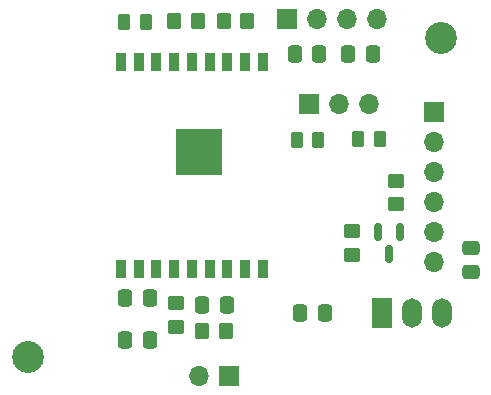
<source format=gbr>
%TF.GenerationSoftware,KiCad,Pcbnew,6.0.8-f2edbf62ab~116~ubuntu22.04.1*%
%TF.CreationDate,2022-10-18T22:53:01+02:00*%
%TF.ProjectId,ble-han-port-if,626c652d-6861-46e2-9d70-6f72742d6966,rev?*%
%TF.SameCoordinates,Original*%
%TF.FileFunction,Soldermask,Top*%
%TF.FilePolarity,Negative*%
%FSLAX46Y46*%
G04 Gerber Fmt 4.6, Leading zero omitted, Abs format (unit mm)*
G04 Created by KiCad (PCBNEW 6.0.8-f2edbf62ab~116~ubuntu22.04.1) date 2022-10-18 22:53:01*
%MOMM*%
%LPD*%
G01*
G04 APERTURE LIST*
G04 Aperture macros list*
%AMRoundRect*
0 Rectangle with rounded corners*
0 $1 Rounding radius*
0 $2 $3 $4 $5 $6 $7 $8 $9 X,Y pos of 4 corners*
0 Add a 4 corners polygon primitive as box body*
4,1,4,$2,$3,$4,$5,$6,$7,$8,$9,$2,$3,0*
0 Add four circle primitives for the rounded corners*
1,1,$1+$1,$2,$3*
1,1,$1+$1,$4,$5*
1,1,$1+$1,$6,$7*
1,1,$1+$1,$8,$9*
0 Add four rect primitives between the rounded corners*
20,1,$1+$1,$2,$3,$4,$5,0*
20,1,$1+$1,$4,$5,$6,$7,0*
20,1,$1+$1,$6,$7,$8,$9,0*
20,1,$1+$1,$8,$9,$2,$3,0*%
G04 Aperture macros list end*
%ADD10R,1.700000X1.700000*%
%ADD11O,1.700000X1.700000*%
%ADD12RoundRect,0.250000X0.262500X0.450000X-0.262500X0.450000X-0.262500X-0.450000X0.262500X-0.450000X0*%
%ADD13RoundRect,0.250000X-0.262500X-0.450000X0.262500X-0.450000X0.262500X0.450000X-0.262500X0.450000X0*%
%ADD14RoundRect,0.250000X0.450000X-0.350000X0.450000X0.350000X-0.450000X0.350000X-0.450000X-0.350000X0*%
%ADD15RoundRect,0.250000X-0.350000X-0.450000X0.350000X-0.450000X0.350000X0.450000X-0.350000X0.450000X0*%
%ADD16RoundRect,0.250000X0.350000X0.450000X-0.350000X0.450000X-0.350000X-0.450000X0.350000X-0.450000X0*%
%ADD17RoundRect,0.150000X-0.150000X0.587500X-0.150000X-0.587500X0.150000X-0.587500X0.150000X0.587500X0*%
%ADD18R,0.900000X1.500000*%
%ADD19R,4.000000X4.000000*%
%ADD20C,2.700000*%
%ADD21RoundRect,0.250000X-0.337500X-0.475000X0.337500X-0.475000X0.337500X0.475000X-0.337500X0.475000X0*%
%ADD22R,1.700000X2.500000*%
%ADD23O,1.700000X2.500000*%
%ADD24RoundRect,0.250000X0.475000X-0.337500X0.475000X0.337500X-0.475000X0.337500X-0.475000X-0.337500X0*%
%ADD25RoundRect,0.250000X0.337500X0.475000X-0.337500X0.475000X-0.337500X-0.475000X0.337500X-0.475000X0*%
G04 APERTURE END LIST*
D10*
%TO.C,C8*%
X137025000Y-116600000D03*
D11*
X134485000Y-116600000D03*
%TD*%
D10*
%TO.C,J2*%
X142000000Y-86400000D03*
D11*
X144540000Y-86400000D03*
X147080000Y-86400000D03*
X149620000Y-86400000D03*
%TD*%
D12*
%TO.C,R9*%
X149812500Y-96600000D03*
X147987500Y-96600000D03*
%TD*%
D13*
%TO.C,R8*%
X142787500Y-96700000D03*
X144612500Y-96700000D03*
%TD*%
D14*
%TO.C,R7*%
X147500000Y-106400000D03*
X147500000Y-104400000D03*
%TD*%
D15*
%TO.C,R5*%
X132400000Y-86600000D03*
X134400000Y-86600000D03*
%TD*%
D13*
%TO.C,R2*%
X128187500Y-86700000D03*
X130012500Y-86700000D03*
%TD*%
D11*
%TO.C,J3*%
X154400000Y-106950000D03*
X154400000Y-104410000D03*
X154400000Y-101870000D03*
X154400000Y-99330000D03*
X154400000Y-96790000D03*
D10*
X154400000Y-94250000D03*
%TD*%
D16*
%TO.C,R4*%
X138600000Y-86600000D03*
X136600000Y-86600000D03*
%TD*%
D17*
%TO.C,Q1*%
X151550000Y-104462500D03*
X149650000Y-104462500D03*
X150600000Y-106337500D03*
%TD*%
D18*
%TO.C,U1*%
X127900000Y-107550000D03*
X129400000Y-107550000D03*
X130900000Y-107550000D03*
X132400000Y-107550000D03*
X133900000Y-107550000D03*
X135400000Y-107550000D03*
X136900000Y-107550000D03*
X138400000Y-107550000D03*
X139900000Y-107550000D03*
X139900000Y-90050000D03*
X138400000Y-90050000D03*
X136900000Y-90050000D03*
X135400000Y-90050000D03*
X133900000Y-90050000D03*
X132400000Y-90050000D03*
X130900000Y-90050000D03*
X129400000Y-90050000D03*
X127900000Y-90050000D03*
D19*
X134510000Y-97700000D03*
%TD*%
D20*
%TO.C,H2*%
X155000000Y-88000000D03*
%TD*%
D10*
%TO.C,J1*%
X143800000Y-93600000D03*
D11*
X146340000Y-93600000D03*
X148880000Y-93600000D03*
%TD*%
D20*
%TO.C,H1*%
X120000000Y-115000000D03*
%TD*%
D15*
%TO.C,R1*%
X136800000Y-112800000D03*
X134800000Y-112800000D03*
%TD*%
D21*
%TO.C,C5*%
X128262500Y-113600000D03*
X130337500Y-113600000D03*
%TD*%
%TO.C,C4*%
X128262500Y-110000000D03*
X130337500Y-110000000D03*
%TD*%
D22*
%TO.C,U4*%
X150002500Y-111292500D03*
D23*
X152542500Y-111292500D03*
X155082500Y-111292500D03*
%TD*%
D24*
%TO.C,C2*%
X157500000Y-107837500D03*
X157500000Y-105762500D03*
%TD*%
D25*
%TO.C,C6*%
X144675000Y-89400000D03*
X142600000Y-89400000D03*
%TD*%
D21*
%TO.C,C3*%
X134762500Y-110650000D03*
X136837500Y-110650000D03*
%TD*%
D14*
%TO.C,R3*%
X132600000Y-112500000D03*
X132600000Y-110500000D03*
%TD*%
D21*
%TO.C,C7*%
X147162500Y-89400000D03*
X149237500Y-89400000D03*
%TD*%
D25*
%TO.C,C1*%
X145137500Y-111300000D03*
X143062500Y-111300000D03*
%TD*%
D14*
%TO.C,R6*%
X151200000Y-102100000D03*
X151200000Y-100100000D03*
%TD*%
M02*

</source>
